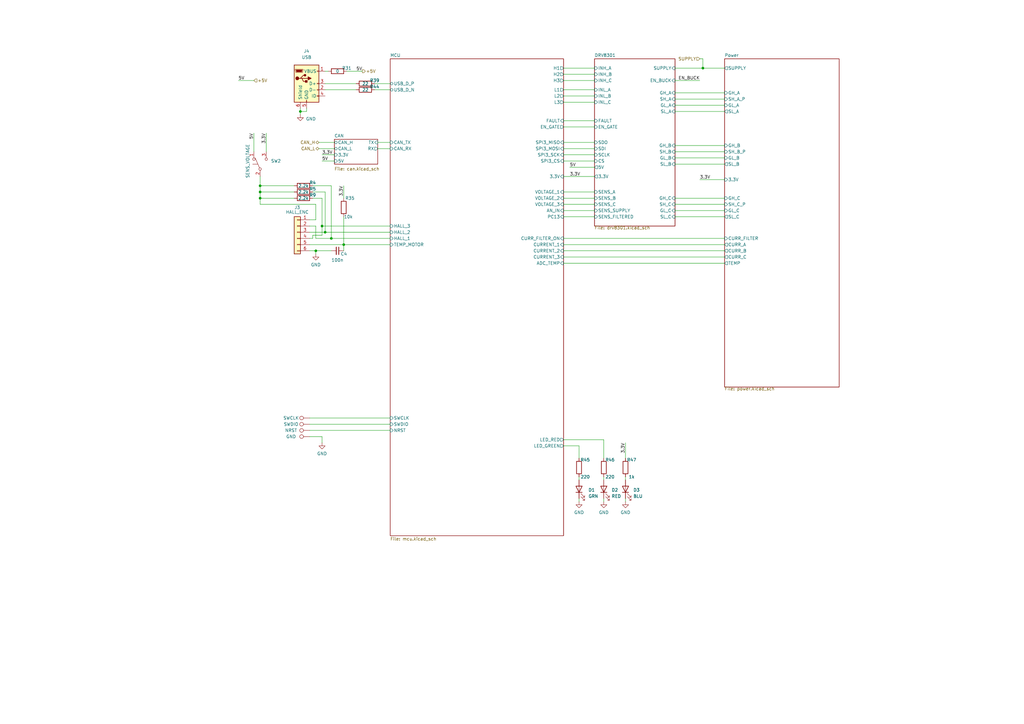
<source format=kicad_sch>
(kicad_sch (version 20231120) (generator "eeschema") (generator_version "8.0")
  (paper "A3")
  (lib_symbols
    (symbol "Connector:TestPoint" (pin_numbers hide) (pin_names (offset 0.762) hide)
      (property "Reference" "TP" (at 0 6.858 0))
      (property "Value" "TestPoint" (at 0 5.08 0))
      (symbol "TestPoint_0_1"
        (circle (center 0 3.302) (radius 0.762))
      )
      (symbol "TestPoint_1_1"
        (pin passive line (at 0 0 90) (length 2.54) (name "1") (number "1"))
      )
    )
    (symbol "Connector:USB_OTG" (pin_names (offset 1.016))
      (property "Reference" "J" (at -5.08 11.43 0))
      (property "Value" "USB_OTG" (at -5.08 8.89 0))
      (symbol "USB_OTG_0_1"
        (rectangle (start -5.08 -7.62) (end 5.08 7.62) (stroke (width 0.254)) (fill (type background)))
        (circle (center -3.81 2.159) (radius 0.635) (stroke (width 0.254)) (fill (type outline)))
        (circle (center -0.635 3.429) (radius 0.381) (stroke (width 0.254)) (fill (type outline)))
        (rectangle (start -0.127 -7.62) (end 0.127 -6.858))
        (polyline (pts (xy -1.905 2.159) (xy 0.635 2.159)) (stroke (width 0.254)))
        (polyline (pts (xy -3.175 2.159) (xy -2.54 2.159) (xy -1.27 3.429) (xy -0.635 3.429)) (stroke (width 0.254)))
        (polyline (pts (xy -2.54 2.159) (xy -1.905 2.159) (xy -1.27 0.889) (xy 0 0.889)) (stroke (width 0.254)))
        (polyline (pts (xy 0.635 2.794) (xy 0.635 1.524) (xy 1.905 2.159) (xy 0.635 2.794)) (stroke (width 0.254)) (fill (type outline)))
        (polyline (pts (xy -4.318 5.588) (xy -1.778 5.588) (xy -2.032 4.826) (xy -4.064 4.826) (xy -4.318 5.588)) (fill (type outline)))
        (polyline (pts (xy -4.699 5.842) (xy -4.699 5.588) (xy -4.445 4.826) (xy -4.445 4.572) (xy -1.651 4.572) (xy -1.651 4.826) (xy -1.397 5.588) (xy -1.397 5.842) (xy -4.699 5.842)))
        (rectangle (start 0.254 1.27) (end -0.508 0.508) (stroke (width 0.254)) (fill (type outline)))
        (rectangle (start 5.08 -5.207) (end 4.318 -4.953))
        (rectangle (start 5.08 -2.667) (end 4.318 -2.413))
        (rectangle (start 5.08 -0.127) (end 4.318 0.127))
        (rectangle (start 5.08 4.953) (end 4.318 5.207))
      )
      (symbol "USB_OTG_1_1"
        (pin passive line (at 7.62 5.08 180) (length 2.54) (name "VBUS") (number "1"))
        (pin bidirectional line (at 7.62 -2.54 180) (length 2.54) (name "D-") (number "2"))
        (pin bidirectional line (at 7.62 0 180) (length 2.54) (name "D+") (number "3"))
        (pin passive line (at 7.62 -5.08 180) (length 2.54) (name "ID") (number "4"))
        (pin passive line (at 0 -10.16 90) (length 2.54) (name "GND") (number "5"))
        (pin passive line (at -2.54 -10.16 90) (length 2.54) (name "Shield") (number "6"))
      )
    )
    (symbol "Connector_Generic:Conn_01x06" (pin_names (offset 1.016) hide)
      (property "Reference" "J" (at 0 7.62 0))
      (property "Value" "Conn_01x06" (at 0 -10.16 0))
      (symbol "Conn_01x06_1_1"
        (rectangle (start -1.27 -7.493) (end 0 -7.747) (stroke (width 0.1524)))
        (rectangle (start -1.27 -4.953) (end 0 -5.207) (stroke (width 0.1524)))
        (rectangle (start -1.27 -2.413) (end 0 -2.667) (stroke (width 0.1524)))
        (rectangle (start -1.27 0.127) (end 0 -0.127) (stroke (width 0.1524)))
        (rectangle (start -1.27 2.667) (end 0 2.413) (stroke (width 0.1524)))
        (rectangle (start -1.27 5.207) (end 0 4.953) (stroke (width 0.1524)))
        (rectangle (start -1.27 6.35) (end 1.27 -8.89) (stroke (width 0.254)) (fill (type background)))
        (pin passive line (at -5.08 5.08 0) (length 3.81) (name "Pin_1") (number "1"))
        (pin passive line (at -5.08 2.54 0) (length 3.81) (name "Pin_2") (number "2"))
        (pin passive line (at -5.08 0 0) (length 3.81) (name "Pin_3") (number "3"))
        (pin passive line (at -5.08 -2.54 0) (length 3.81) (name "Pin_4") (number "4"))
        (pin passive line (at -5.08 -5.08 0) (length 3.81) (name "Pin_5") (number "5"))
        (pin passive line (at -5.08 -7.62 0) (length 3.81) (name "Pin_6") (number "6"))
      )
    )
    (symbol "Device:C_Small" (pin_numbers hide) (pin_names (offset 0.254) hide)
      (property "Reference" "C" (at 0.254 1.778 0))
      (property "Value" "C_Small" (at 0.254 -2.032 0))
      (symbol "C_Small_0_1"
        (polyline (pts (xy -1.524 -0.508) (xy 1.524 -0.508)) (stroke (width 0.3302)))
        (polyline (pts (xy -1.524 0.508) (xy 1.524 0.508)) (stroke (width 0.3048)))
      )
      (symbol "C_Small_1_1"
        (pin passive line (at 0 2.54 270) (length 2.032) (name "~") (number "1"))
        (pin passive line (at 0 -2.54 90) (length 2.032) (name "~") (number "2"))
      )
    )
    (symbol "Device:LED" (pin_numbers hide) (pin_names (offset 1.016) hide)
      (property "Reference" "D" (at 0 2.54 0))
      (property "Value" "LED" (at 0 -2.54 0))
      (symbol "LED_0_1"
        (polyline (pts (xy -1.27 -1.27) (xy -1.27 1.27)) (stroke (width 0.254)))
        (polyline (pts (xy -1.27 0) (xy 1.27 0)))
        (polyline (pts (xy 1.27 -1.27) (xy 1.27 1.27) (xy -1.27 0) (xy 1.27 -1.27)) (stroke (width 0.254)))
        (polyline (pts (xy -3.048 -0.762) (xy -4.572 -2.286) (xy -3.81 -2.286) (xy -4.572 -2.286) (xy -4.572 -1.524)))
        (polyline (pts (xy -1.778 -0.762) (xy -3.302 -2.286) (xy -2.54 -2.286) (xy -3.302 -2.286) (xy -3.302 -1.524)))
      )
      (symbol "LED_1_1"
        (pin passive line (at -3.81 0 0) (length 2.54) (name "K") (number "1"))
        (pin passive line (at 3.81 0 180) (length 2.54) (name "A") (number "2"))
      )
    )
    (symbol "Device:R" (pin_numbers hide) (pin_names (offset 0))
      (property "Reference" "R" (at 2.032 0 90))
      (property "Value" "R" (at 0 0 90))
      (symbol "R_0_1"
        (rectangle (start -1.016 -2.54) (end 1.016 2.54) (stroke (width 0.254)))
      )
      (symbol "R_1_1"
        (pin passive line (at 0 3.81 270) (length 1.27) (name "~") (number "1"))
        (pin passive line (at 0 -3.81 90) (length 1.27) (name "~") (number "2"))
      )
    )
    (symbol "Switch:SW_Push_SPDT" (pin_names (offset 0) hide)
      (property "Reference" "SW" (at 0 4.318 0))
      (property "Value" "SW_Push_SPDT" (at 0 -5.08 0))
      (symbol "SW_Push_SPDT_0_0"
        (circle (center -2.032 0) (radius 0.508))
        (polyline (pts (xy 0 1.016) (xy 0 3.048)))
        (circle (center 2.032 -2.54) (radius 0.508))
      )
      (symbol "SW_Push_SPDT_0_1"
        (polyline (pts (xy -1.524 0.254) (xy 2.54 2.032)))
        (circle (center 2.032 2.54) (radius 0.508))
      )
      (symbol "SW_Push_SPDT_1_1"
        (pin passive line (at 5.08 2.54 180) (length 2.54) (name "A") (number "1"))
        (pin passive line (at -5.08 0 0) (length 2.54) (name "B") (number "2"))
        (pin passive line (at 5.08 -2.54 180) (length 2.54) (name "C") (number "3"))
      )
    )
    (symbol "power:GND" (power) (pin_names (offset 0))
      (property "Value" "GND" (at 0 -3.81 0))
      (symbol "GND_0_1"
        (polyline (pts (xy 0 0) (xy 0 -1.27) (xy 1.27 -1.27) (xy 0 -2.54) (xy -1.27 -1.27) (xy 0 -1.27)))
      )
      (symbol "GND_1_1"
        (pin power_in line (at 0 0 270) (length 0) hide (name "GND") (number "1"))
      )
    )
  )
  (junction (at 106.68 76.2))
  (junction (at 123.19 45.72))
  (junction (at 129.54 102.87))
  (junction (at 140.97 100.33))
  (junction (at 132.08 92.71))
  (junction (at 133.35 95.25))
  (junction (at 106.68 81.28))
  (junction (at 288.29 27.94))
  (junction (at 135.89 97.79))
  (junction (at 106.68 78.74))
  (wire (pts (xy 140.97 76.2) (xy 140.97 81.28)))
  (wire (pts (xy 276.86 27.94) (xy 288.29 27.94)))
  (wire (pts (xy 106.68 72.39) (xy 106.68 76.2)))
  (wire (pts (xy 128.27 96.52) (xy 128.27 97.79)))
  (wire (pts (xy 256.54 195.58) (xy 256.54 196.85)))
  (wire (pts (xy 133.35 34.29) (xy 146.05 34.29)))
  (wire (pts (xy 120.65 78.74) (xy 106.68 78.74)))
  (wire (pts (xy 287.02 73.66) (xy 297.18 73.66)))
  (wire (pts (xy 231.14 49.53) (xy 243.84 49.53)))
  (wire (pts (xy 247.65 180.34) (xy 247.65 187.96)))
  (wire (pts (xy 231.14 36.83) (xy 243.84 36.83)))
  (wire (pts (xy 276.86 67.31) (xy 297.18 67.31)))
  (wire (pts (xy 288.29 24.13) (xy 288.29 27.94)))
  (wire (pts (xy 247.65 204.47) (xy 247.65 205.74)))
  (wire (pts (xy 231.14 63.5) (xy 243.84 63.5)))
  (wire (pts (xy 133.35 29.21) (xy 134.62 29.21)))
  (wire (pts (xy 231.14 27.94) (xy 243.84 27.94)))
  (wire (pts (xy 233.68 68.58) (xy 243.84 68.58)))
  (wire (pts (xy 148.59 29.21) (xy 142.24 29.21)))
  (wire (pts (xy 231.14 78.74) (xy 243.84 78.74)))
  (wire (pts (xy 106.68 78.74) (xy 106.68 81.28)))
  (wire (pts (xy 106.68 81.28) (xy 106.68 83.82)))
  (wire (pts (xy 231.14 30.48) (xy 243.84 30.48)))
  (wire (pts (xy 129.54 102.87) (xy 129.54 104.14)))
  (wire (pts (xy 109.22 54.61) (xy 109.22 62.23)))
  (wire (pts (xy 154.94 60.96) (xy 160.02 60.96)))
  (wire (pts (xy 247.65 195.58) (xy 247.65 196.85)))
  (wire (pts (xy 127 100.33) (xy 140.97 100.33)))
  (wire (pts (xy 127 173.99) (xy 160.02 173.99)))
  (wire (pts (xy 276.86 45.72) (xy 297.18 45.72)))
  (wire (pts (xy 288.29 27.94) (xy 297.18 27.94)))
  (wire (pts (xy 231.14 81.28) (xy 243.84 81.28)))
  (wire (pts (xy 231.14 39.37) (xy 243.84 39.37)))
  (wire (pts (xy 123.19 45.72) (xy 125.73 45.72)))
  (wire (pts (xy 97.79 33.02) (xy 104.14 33.02)))
  (wire (pts (xy 231.14 88.9) (xy 243.84 88.9)))
  (wire (pts (xy 231.14 52.07) (xy 243.84 52.07)))
  (wire (pts (xy 125.73 45.72) (xy 125.73 44.45)))
  (wire (pts (xy 106.68 76.2) (xy 120.65 76.2)))
  (wire (pts (xy 237.49 182.88) (xy 231.14 182.88)))
  (wire (pts (xy 132.08 179.07) (xy 127 179.07)))
  (wire (pts (xy 140.97 88.9) (xy 140.97 100.33)))
  (wire (pts (xy 132.08 96.52) (xy 128.27 96.52)))
  (wire (pts (xy 256.54 181.61) (xy 256.54 187.96)))
  (wire (pts (xy 132.08 92.71) (xy 160.02 92.71)))
  (wire (pts (xy 153.67 34.29) (xy 160.02 34.29)))
  (wire (pts (xy 127 176.53) (xy 160.02 176.53)))
  (wire (pts (xy 231.14 100.33) (xy 297.18 100.33)))
  (wire (pts (xy 140.97 100.33) (xy 160.02 100.33)))
  (wire (pts (xy 231.14 97.79) (xy 297.18 97.79)))
  (wire (pts (xy 123.19 45.72) (xy 123.19 46.99)))
  (wire (pts (xy 106.68 81.28) (xy 120.65 81.28)))
  (wire (pts (xy 133.35 95.25) (xy 160.02 95.25)))
  (wire (pts (xy 231.14 107.95) (xy 297.18 107.95)))
  (wire (pts (xy 276.86 81.28) (xy 297.18 81.28)))
  (wire (pts (xy 256.54 204.47) (xy 256.54 205.74)))
  (wire (pts (xy 106.68 76.2) (xy 106.68 78.74)))
  (wire (pts (xy 231.14 66.04) (xy 243.84 66.04)))
  (wire (pts (xy 129.54 83.82) (xy 106.68 83.82)))
  (wire (pts (xy 135.89 97.79) (xy 160.02 97.79)))
  (wire (pts (xy 276.86 88.9) (xy 297.18 88.9)))
  (wire (pts (xy 231.14 60.96) (xy 243.84 60.96)))
  (wire (pts (xy 237.49 187.96) (xy 237.49 182.88)))
  (wire (pts (xy 276.86 59.69) (xy 297.18 59.69)))
  (wire (pts (xy 231.14 102.87) (xy 297.18 102.87)))
  (wire (pts (xy 276.86 43.18) (xy 297.18 43.18)))
  (wire (pts (xy 231.14 86.36) (xy 243.84 86.36)))
  (wire (pts (xy 276.86 86.36) (xy 297.18 86.36)))
  (wire (pts (xy 133.35 36.83) (xy 146.05 36.83)))
  (wire (pts (xy 154.94 58.42) (xy 160.02 58.42)))
  (wire (pts (xy 231.14 180.34) (xy 247.65 180.34)))
  (wire (pts (xy 231.14 72.39) (xy 243.84 72.39)))
  (wire (pts (xy 128.27 76.2) (xy 135.89 76.2)))
  (wire (pts (xy 128.27 78.74) (xy 133.35 78.74)))
  (wire (pts (xy 133.35 95.25) (xy 127 95.25)))
  (wire (pts (xy 129.54 92.71) (xy 127 92.71)))
  (wire (pts (xy 140.97 100.33) (xy 140.97 102.87)))
  (wire (pts (xy 276.86 83.82) (xy 297.18 83.82)))
  (wire (pts (xy 127 90.17) (xy 129.54 90.17)))
  (wire (pts (xy 276.86 33.02) (xy 287.02 33.02)))
  (wire (pts (xy 129.54 97.79) (xy 129.54 92.71)))
  (wire (pts (xy 127 102.87) (xy 129.54 102.87)))
  (wire (pts (xy 130.81 58.42) (xy 137.16 58.42)))
  (wire (pts (xy 287.02 24.13) (xy 288.29 24.13)))
  (wire (pts (xy 133.35 78.74) (xy 133.35 95.25)))
  (wire (pts (xy 237.49 195.58) (xy 237.49 196.85)))
  (wire (pts (xy 129.54 90.17) (xy 129.54 83.82)))
  (wire (pts (xy 130.81 60.96) (xy 137.16 60.96)))
  (wire (pts (xy 123.19 44.45) (xy 123.19 45.72)))
  (wire (pts (xy 129.54 102.87) (xy 135.89 102.87)))
  (wire (pts (xy 276.86 38.1) (xy 297.18 38.1)))
  (wire (pts (xy 231.14 83.82) (xy 243.84 83.82)))
  (wire (pts (xy 128.27 97.79) (xy 127 97.79)))
  (wire (pts (xy 276.86 40.64) (xy 297.18 40.64)))
  (wire (pts (xy 231.14 41.91) (xy 243.84 41.91)))
  (wire (pts (xy 276.86 64.77) (xy 297.18 64.77)))
  (wire (pts (xy 135.89 76.2) (xy 135.89 97.79)))
  (wire (pts (xy 231.14 105.41) (xy 297.18 105.41)))
  (wire (pts (xy 276.86 62.23) (xy 297.18 62.23)))
  (wire (pts (xy 132.08 66.04) (xy 137.16 66.04)))
  (wire (pts (xy 231.14 58.42) (xy 243.84 58.42)))
  (wire (pts (xy 132.08 92.71) (xy 132.08 96.52)))
  (wire (pts (xy 132.08 63.5) (xy 137.16 63.5)))
  (wire (pts (xy 127 171.45) (xy 160.02 171.45)))
  (wire (pts (xy 135.89 97.79) (xy 129.54 97.79)))
  (wire (pts (xy 104.14 54.61) (xy 104.14 62.23)))
  (wire (pts (xy 128.27 81.28) (xy 132.08 81.28)))
  (wire (pts (xy 132.08 181.61) (xy 132.08 179.07)))
  (wire (pts (xy 231.14 33.02) (xy 243.84 33.02)))
  (wire (pts (xy 132.08 81.28) (xy 132.08 92.71)))
  (wire (pts (xy 153.67 36.83) (xy 160.02 36.83)))
  (wire (pts (xy 237.49 204.47) (xy 237.49 205.74)))
  (label "EN_BUCK" (at 287.02 33.02 180))
  (label "3.3V" (at 140.97 76.2 270))
  (label "5V" (at 148.59 29.21 180))
  (label "5V" (at 97.79 33.02 0))
  (label "3.3V" (at 109.22 54.61 270))
  (label "3.3V" (at 233.68 72.39 0))
  (label "5V" (at 233.68 68.58 0))
  (label "3.3V" (at 132.08 63.5 0))
  (label "3.3V" (at 256.54 181.61 270))
  (label "3.3V" (at 287.02 73.66 0))
  (label "5V" (at 104.14 54.61 270))
  (label "5V" (at 132.08 66.04 0))
  (hierarchical_label "CAN_H" (shape bidirectional) (at 130.81 58.42 180))
  (hierarchical_label "SUPPLY" (shape input) (at 287.02 24.13 180))
  (hierarchical_label "+5V" (shape output) (at 148.59 29.21 0))
  (hierarchical_label "CAN_L" (shape bidirectional) (at 130.81 60.96 180))
  (hierarchical_label "+5V" (shape input) (at 104.14 33.02 0))
  (symbol (lib_id "Connector:TestPoint") (at 127 173.99 90) (unit 1)
    (property "Reference" "TP6" (effects (hide yes)))
    (property "Value" "SWDIO" (at 119.38 173.99 90))
    (property "Footprint" "TestPoint:TestPoint_Pad_D1.0mm" (effects (hide yes)))
  )
  (symbol (lib_id "Device:R") (at 124.46 81.28 90) (unit 1)
    (property "Reference" "R9" (at 128.27 80.01 90))
    (property "Value" "2.2k" (at 124.46 81.28 90))
    (property "Footprint" "Resistor_SMD:R_0603_1608Metric" (effects (hide yes)))
  )
  (symbol (lib_id "Device:R") (at 256.54 191.77 180) (unit 1)
    (property "Reference" "R47" (at 259.08 188.595 0))
    (property "Value" "1k" (at 259.08 195.58 0))
    (property "Footprint" "Resistor_SMD:R_0603_1608Metric" (effects (hide yes)))
  )
  (symbol (lib_id "Device:R") (at 149.86 36.83 90) (unit 1)
    (property "Reference" "R44" (at 153.67 35.56 90))
    (property "Value" "22" (at 149.86 36.83 90))
    (property "Footprint" "Resistor_SMD:R_0603_1608Metric" (effects (hide yes)))
  )
  (symbol (lib_id "Device:R") (at 124.46 78.74 90) (unit 1)
    (property "Reference" "R5" (at 128.27 77.47 90))
    (property "Value" "2.2k" (at 124.46 78.74 90))
    (property "Footprint" "Resistor_SMD:R_0603_1608Metric" (effects (hide yes)))
  )
  (symbol (lib_id "Device:LED") (at 237.49 200.66 90) (unit 1)
    (property "Reference" "D1" (at 241.3 200.9774 90) (effects (justify right)))
    (property "Value" "GRN" (at 241.3 203.5174 90) (effects (justify right)))
    (property "Footprint" "LED_SMD:LED_0603_1608Metric_Pad1.05x0.95mm_HandSolder" (effects (hide yes)))
  )
  (symbol (lib_id "power:GND") (at 129.54 104.14 0) (unit 1)
    (property "Reference" "#PWR03" (effects (hide yes)))
    (property "Value" "GND" (at 129.54 108.585 0))
  )
  (symbol (lib_id "power:GND") (at 237.49 205.74 0) (unit 1)
    (property "Reference" "#PWR07" (effects (hide yes)))
    (property "Value" "GND" (at 237.49 210.185 0))
  )
  (symbol (lib_id "Switch:SW_Push_SPDT") (at 106.68 67.31 90) (unit 1)
    (property "Reference" "SW2" (at 111.125 66.0399 90) (effects (justify right)))
    (property "Value" "SENS_VOLTAGE" (at 101.6 59.055 0) (effects (justify right)))
    (property "Footprint" "Jumper:SolderJumper-3_P1.3mm_Bridged2Bar12_Pad1.0x1.5mm" (effects (hide yes)))
  )
  (symbol (lib_id "Device:R") (at 247.65 191.77 180) (unit 1)
    (property "Reference" "R46" (at 250.19 188.595 0))
    (property "Value" "220" (at 250.19 195.58 0))
    (property "Footprint" "Resistor_SMD:R_0603_1608Metric" (effects (hide yes)))
  )
  (symbol (lib_id "power:GND") (at 123.19 46.99 0) (unit 1)
    (property "Reference" "#PWR02" (effects (hide yes)))
    (property "Value" "GND" (at 127.508 48.768 0))
  )
  (symbol (lib_id "Connector:TestPoint") (at 127 176.53 90) (unit 1)
    (property "Reference" "TP7" (effects (hide yes)))
    (property "Value" "NRST" (at 119.38 176.53 90))
    (property "Footprint" "TestPoint:TestPoint_Pad_D1.0mm" (effects (hide yes)))
  )
  (symbol (lib_id "power:GND") (at 256.54 205.74 0) (unit 1)
    (property "Reference" "#PWR038" (effects (hide yes)))
    (property "Value" "GND" (at 256.54 210.185 0))
  )
  (symbol (lib_id "Device:LED") (at 256.54 200.66 90) (unit 1)
    (property "Reference" "D3" (at 259.715 200.9774 90) (effects (justify right)))
    (property "Value" "BLU" (at 259.715 203.5174 90) (effects (justify right)))
    (property "Footprint" "LED_SMD:LED_0603_1608Metric_Pad1.05x0.95mm_HandSolder" (effects (hide yes)))
  )
  (symbol (lib_id "power:GND") (at 132.08 181.61 0) (unit 1)
    (property "Reference" "#PWR06" (effects (hide yes)))
    (property "Value" "GND" (at 132.08 186.055 0))
  )
  (symbol (lib_id "Device:R") (at 138.43 29.21 90) (unit 1)
    (property "Reference" "R31" (at 142.24 27.94 90))
    (property "Value" "0" (at 138.43 29.21 90))
    (property "Footprint" "Resistor_SMD:R_0603_1608Metric" (effects (hide yes)))
  )
  (symbol (lib_id "Connector_Generic:Conn_01x06") (at 121.92 95.25 0) (mirror y) (unit 1)
    (property "Reference" "J3" (at 121.92 85.09 0))
    (property "Value" "HALL_ENC" (at 121.92 86.995 0))
    (property "Footprint" "Connector_JST:JST_PH_B6B-PH-K_1x06_P2.00mm_Vertical" (effects (hide yes)))
  )
  (symbol (lib_id "Device:LED") (at 247.65 200.66 90) (unit 1)
    (property "Reference" "D2" (at 250.825 200.9774 90) (effects (justify right)))
    (property "Value" "RED" (at 250.825 203.5174 90) (effects (justify right)))
    (property "Footprint" "LED_SMD:LED_0603_1608Metric_Pad1.05x0.95mm_HandSolder" (effects (hide yes)))
  )
  (symbol (lib_id "Device:R") (at 149.86 34.29 90) (unit 1)
    (property "Reference" "R39" (at 153.67 33.02 90))
    (property "Value" "22" (at 149.86 34.29 90))
    (property "Footprint" "Resistor_SMD:R_0603_1608Metric" (effects (hide yes)))
  )
  (symbol (lib_id "Connector:TestPoint") (at 127 179.07 90) (unit 1)
    (property "Reference" "TP8" (effects (hide yes)))
    (property "Value" "GND" (at 119.38 179.07 90))
    (property "Footprint" "TestPoint:TestPoint_Pad_D1.0mm" (effects (hide yes)))
  )
  (symbol (lib_id "Connector:TestPoint") (at 127 171.45 90) (unit 1)
    (property "Reference" "TP5" (effects (hide yes)))
    (property "Value" "SWCLK" (at 119.38 171.45 90))
    (property "Footprint" "TestPoint:TestPoint_Pad_D1.0mm" (effects (hide yes)))
  )
  (symbol (lib_id "Device:R") (at 124.46 76.2 90) (unit 1)
    (property "Reference" "R4" (at 128.27 74.93 90))
    (property "Value" "2.2k" (at 124.46 76.2 90))
    (property "Footprint" "Resistor_SMD:R_0603_1608Metric" (effects (hide yes)))
  )
  (symbol (lib_id "power:GND") (at 247.65 205.74 0) (unit 1)
    (property "Reference" "#PWR09" (effects (hide yes)))
    (property "Value" "GND" (at 247.65 210.185 0))
  )
  (symbol (lib_id "Device:R") (at 140.97 85.09 180) (unit 1)
    (property "Reference" "R35" (at 143.51 81.28 0))
    (property "Value" "10k" (at 142.875 88.9 0))
    (property "Footprint" "Resistor_SMD:R_0603_1608Metric" (effects (hide yes)))
  )
  (symbol (lib_id "Device:R") (at 237.49 191.77 180) (unit 1)
    (property "Reference" "R45" (at 240.03 188.595 0))
    (property "Value" "220" (at 240.03 195.58 0))
    (property "Footprint" "Resistor_SMD:R_0603_1608Metric" (effects (hide yes)))
  )
  (symbol (lib_id "Connector:USB_OTG") (at 125.73 34.29 0) (unit 1)
    (property "Reference" "J4" (at 125.73 20.955 0))
    (property "Value" "USB" (at 125.73 23.495 0))
    (property "Footprint" "Connector_USB:USB_Micro-B_Wuerth_614105150721_Vertical_CircularHoles" (effects (hide yes)))
    (property "Datasheet" " ~" (effects (hide yes)))
  )
  (symbol (lib_id "Device:C_Small") (at 138.43 102.87 270) (unit 1)
    (property "Reference" "C4" (at 139.7 104.14 90) (effects (justify left)))
    (property "Value" "100n" (at 135.89 106.68 90) (effects (justify left)))
    (property "Footprint" "Capacitor_SMD:C_0603_1608Metric" (effects (hide yes)))
    (property "Voltage" "100V" (effects (hide yes)))
  )
  (sheet (at 160.02 24.13) (size 71.12 195.58) (stroke (width 0.1524))
    (property "Sheetname" "MCU" (at 160.02 23.4184 0) (effects (justify left bottom)))
    (property "Sheetfile" "mcu.kicad_sch" (at 160.02 220.2946 0) (effects (justify left top)))
    (pin "VOLTAGE_3" input (at 231.14 83.82 0))
    (pin "VOLTAGE_1" input (at 231.14 78.74 0))
    (pin "ADC_TEMP" input (at 231.14 107.95 0))
    (pin "VOLTAGE_2" input (at 231.14 81.28 0))
    (pin "H1" output (at 231.14 27.94 0))
    (pin "H3" output (at 231.14 33.02 0))
    (pin "H2" output (at 231.14 30.48 0))
    (pin "CURR_FILTER_ON" input (at 231.14 97.79 0))
    (pin "SPI3_SCK" input (at 231.14 63.5 0))
    (pin "PC13" input (at 231.14 88.9 0))
    (pin "SPI3_CS" input (at 231.14 66.04 0))
    (pin "CURRENT_3" input (at 231.14 105.41 0))
    (pin "AN_IN" input (at 231.14 86.36 0))
    (pin "CURRENT_2" input (at 231.14 102.87 0))
    (pin "CURRENT_1" input (at 231.14 100.33 0))
    (pin "TEMP_MOTOR" input (at 160.02 100.33 180))
    (pin "HALL_1" input (at 160.02 97.79 180))
    (pin "HALL_3" input (at 160.02 92.71 180))
    (pin "HALL_2" input (at 160.02 95.25 180))
    (pin "NRST" input (at 160.02 176.53 180))
    (pin "L2" output (at 231.14 39.37 0))
    (pin "L1" output (at 231.14 36.83 0))
    (pin "L3" output (at 231.14 41.91 0))
    (pin "EN_GATE" output (at 231.14 52.07 0))
    (pin "FAULT" input (at 231.14 49.53 0))
    (pin "CAN_RX" input (at 160.02 60.96 180))
    (pin "CAN_TX" input (at 160.02 58.42 180))
    (pin "SPI3_MOSI" input (at 231.14 60.96 0))
    (pin "LED_GREEN" output (at 231.14 182.88 0))
    (pin "SPI3_MISO" input (at 231.14 58.42 0))
    (pin "LED_RED" output (at 231.14 180.34 0))
    (pin "USB_D_N" bidirectional (at 160.02 36.83 180))
    (pin "SWDIO" input (at 160.02 173.99 180))
    (pin "USB_D_P" bidirectional (at 160.02 34.29 180))
    (pin "SWCLK" input (at 160.02 171.45 180))
    (pin "3.3V" input (at 231.14 72.39 0))
  )
  (sheet (at 243.84 24.13) (size 33.02 68.58) (stroke (width 0.1524))
    (property "Sheetname" "DRV8301" (at 243.84 23.4184 0) (effects (justify left bottom)))
    (property "Sheetfile" "drv8301.kicad_sch" (at 243.84 92.6596 0) (effects (justify left top)))
    (pin "CS" input (at 243.84 66.04 180))
    (pin "FAULT" input (at 243.84 49.53 180))
    (pin "SDI" input (at 243.84 60.96 180))
    (pin "SDO" input (at 243.84 58.42 180))
    (pin "SCLK" input (at 243.84 63.5 180))
    (pin "INL_B" input (at 243.84 39.37 180))
    (pin "INH_C" input (at 243.84 33.02 180))
    (pin "INH_A" input (at 243.84 27.94 180))
    (pin "INL_A" input (at 243.84 36.83 180))
    (pin "EN_GATE" input (at 243.84 52.07 180))
    (pin "INH_B" input (at 243.84 30.48 180))
    (pin "SH_A" input (at 276.86 40.64 0))
    (pin "GH_A" input (at 276.86 38.1 0))
    (pin "GL_C" input (at 276.86 86.36 0))
    (pin "SL_C" input (at 276.86 88.9 0))
    (pin "SUPPLY" input (at 276.86 27.94 0))
    (pin "SH_B" input (at 276.86 62.23 0))
    (pin "SENS_C" input (at 243.84 83.82 180))
    (pin "SENS_B" input (at 243.84 81.28 180))
    (pin "SENS_FILTERED" input (at 243.84 88.9 180))
    (pin "SENS_A" input (at 243.84 78.74 180))
    (pin "EN_BUCK" input (at 276.86 33.02 0))
    (pin "SENS_SUPPLY" input (at 243.84 86.36 180))
    (pin "GL_B" input (at 276.86 64.77 0))
    (pin "SL_B" input (at 276.86 67.31 0))
    (pin "GL_A" input (at 276.86 43.18 0))
    (pin "SL_A" input (at 276.86 45.72 0))
    (pin "SH_C" input (at 276.86 83.82 0))
    (pin "GH_B" input (at 276.86 59.69 0))
    (pin "GH_C" input (at 276.86 81.28 0))
    (pin "INL_C" input (at 243.84 41.91 180))
    (pin "5V" output (at 243.84 68.58 180))
    (pin "3.3V" output (at 243.84 72.39 180))
  )
  (sheet (at 137.16 57.15) (size 17.78 10.16) (stroke (width 0.1524))
    (property "Sheetname" "CAN" (at 137.16 56.4384 0) (effects (justify left bottom)))
    (property "Sheetfile" "can.kicad_sch" (at 137.16 68.5296 0) (effects (justify left top)))
    (pin "CAN_L" bidirectional (at 137.16 60.96 180))
    (pin "CAN_H" bidirectional (at 137.16 58.42 180))
    (pin "RX" output (at 154.94 60.96 0))
    (pin "TX" input (at 154.94 58.42 0))
    (pin "3.3V" input (at 137.16 63.5 180))
    (pin "5V" input (at 137.16 66.04 180))
  )
  (sheet (at 297.18 24.13) (size 46.99 134.62) (stroke (width 0.1524))
    (property "Sheetname" "Power" (at 297.18 23.4184 0) (effects (justify left bottom)))
    (property "Sheetfile" "power.kicad_sch" (at 297.18 158.6996 0) (effects (justify left top)))
    (pin "SH_A_P" input (at 297.18 40.64 180))
    (pin "GL_A" input (at 297.18 43.18 180))
    (pin "GH_A" input (at 297.18 38.1 180))
    (pin "CURR_A" output (at 297.18 100.33 180))
    (pin "CURR_FILTER" input (at 297.18 97.79 180))
    (pin "CURR_B" output (at 297.18 102.87 180))
    (pin "SH_B_P" input (at 297.18 62.23 180))
    (pin "GH_B" input (at 297.18 59.69 180))
    (pin "TEMP" output (at 297.18 107.95 180))
    (pin "SUPPLY" output (at 297.18 27.94 180))
    (pin "GL_C" input (at 297.18 86.36 180))
    (pin "GL_B" input (at 297.18 64.77 180))
    (pin "GH_C" input (at 297.18 81.28 180))
    (pin "SH_C_P" input (at 297.18 83.82 180))
    (pin "CURR_C" output (at 297.18 105.41 180))
    (pin "SL_A" output (at 297.18 45.72 180))
    (pin "SL_C" output (at 297.18 88.9 180))
    (pin "SL_B" output (at 297.18 67.31 180))
    (pin "3.3V" input (at 297.18 73.66 180))
  )
)
</source>
